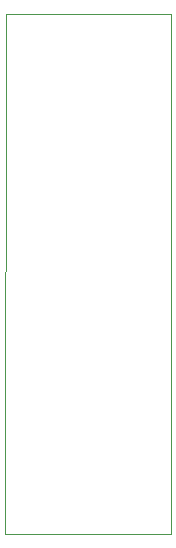
<source format=gbp>
%TF.GenerationSoftware,KiCad,Pcbnew,(5.1.10)-1*%
%TF.CreationDate,2022-11-04T13:07:15-05:00*%
%TF.ProjectId,EscolleraV3,4573636f-6c6c-4657-9261-56332e6b6963,rev?*%
%TF.SameCoordinates,Original*%
%TF.FileFunction,Paste,Bot*%
%TF.FilePolarity,Positive*%
%FSLAX46Y46*%
G04 Gerber Fmt 4.6, Leading zero omitted, Abs format (unit mm)*
G04 Created by KiCad (PCBNEW (5.1.10)-1) date 2022-11-04 13:07:15*
%MOMM*%
%LPD*%
G01*
G04 APERTURE LIST*
%ADD10C,0.120000*%
G04 APERTURE END LIST*
D10*
%TO.C,U4*%
X163576000Y-43357800D02*
X163576000Y-87350600D01*
X163576000Y-87350600D02*
X149504400Y-87350600D01*
X149504400Y-87350600D02*
X149555200Y-43307000D01*
X149555200Y-43307000D02*
X163576000Y-43307000D01*
X163576000Y-43307000D02*
X163576000Y-43408600D01*
%TD*%
M02*

</source>
